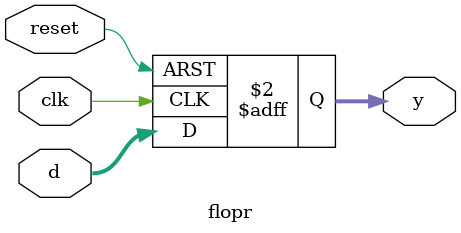
<source format=sv>
`timescale 1ns / 1ps
module flopr #(parameter W = 32)(
    input clk, reset,
    input [W - 1:0] d,
    output reg [W - 1:0] y
    );
    always@(posedge clk, posedge reset) 
        if(reset) y <= #1 0;
        else y <= #1 d;
endmodule


</source>
